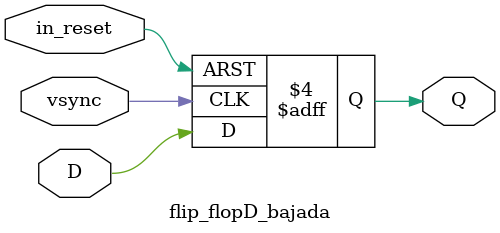
<source format=v>
`timescale 1ns / 1ps
module flip_flopD_bajada(D,vsync,in_reset,Q);
input D; // Data input 
input vsync; // clock input 
input in_reset; // asynchronous reset high level 
output reg Q=0; // output Q 
always @(negedge vsync or posedge in_reset) 
begin
 if(in_reset==1)
  //Q <= 1'b0;
Q <= 0;  
 else 
  Q <= D; 
end 
endmodule

</source>
